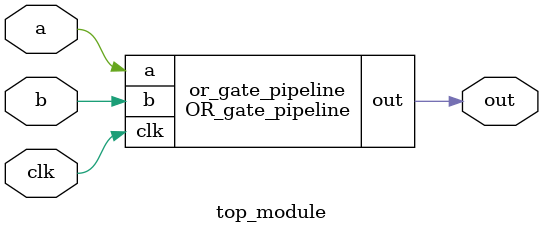
<source format=v>

module OR_gate_pipeline(
    input a,
    input b,
    input clk,  // Added clock input
    output reg out
);

reg p1_out;

always @ (a, b) begin
    p1_out <= a | b;
end

always @ (posedge clk) begin
    out <= p1_out;
end

endmodule

module top_module(
    input a,
    input b,
    input clk,  // Added clock input
    output out
);

OR_gate_pipeline or_gate_pipeline(
    .a(a),
    .b(b),
    .clk(clk),  // Connect the clock input
    .out(out)  // Directly connect the output of OR_gate_pipeline to the output of top_module
);

endmodule

</source>
